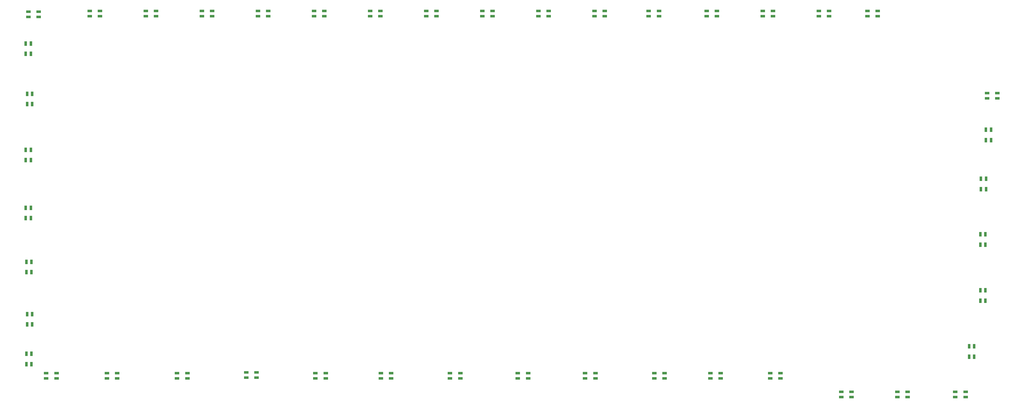
<source format=gbr>
%TF.GenerationSoftware,KiCad,Pcbnew,9.0.2*%
%TF.CreationDate,2025-07-29T21:02:51-05:00*%
%TF.ProjectId,realkeyboard,7265616c-6b65-4796-926f-6172642e6b69,rev?*%
%TF.SameCoordinates,Original*%
%TF.FileFunction,Paste,Bot*%
%TF.FilePolarity,Positive*%
%FSLAX46Y46*%
G04 Gerber Fmt 4.6, Leading zero omitted, Abs format (unit mm)*
G04 Created by KiCad (PCBNEW 9.0.2) date 2025-07-29 21:02:51*
%MOMM*%
%LPD*%
G01*
G04 APERTURE LIST*
%ADD10R,0.850000X1.600000*%
%ADD11R,1.600000X0.850000*%
G04 APERTURE END LIST*
D10*
%TO.C,D137*%
X349095000Y-92075000D03*
X347345000Y-92075000D03*
X347345000Y-88575000D03*
X349095000Y-88575000D03*
%TD*%
D11*
%TO.C,D110*%
X44605000Y-33260000D03*
X44605000Y-31510000D03*
X48105000Y-31510000D03*
X48105000Y-33260000D03*
%TD*%
%TO.C,D132*%
X318925000Y-162800000D03*
X318925000Y-161050000D03*
X322425000Y-161050000D03*
X322425000Y-162800000D03*
%TD*%
%TO.C,D128*%
X236375000Y-156450000D03*
X236375000Y-154700000D03*
X239875000Y-154700000D03*
X239875000Y-156450000D03*
%TD*%
%TO.C,D131*%
X299875000Y-162800000D03*
X299875000Y-161050000D03*
X303375000Y-161050000D03*
X303375000Y-162800000D03*
%TD*%
%TO.C,D123*%
X121285000Y-156450000D03*
X121285000Y-154700000D03*
X124785000Y-154700000D03*
X124785000Y-156450000D03*
%TD*%
%TO.C,D105*%
X139855000Y-33260000D03*
X139855000Y-31510000D03*
X143355000Y-31510000D03*
X143355000Y-33260000D03*
%TD*%
%TO.C,D122*%
X97790000Y-156210000D03*
X97790000Y-154460000D03*
X101290000Y-154460000D03*
X101290000Y-156210000D03*
%TD*%
%TO.C,D102*%
X197005000Y-33260000D03*
X197005000Y-31510000D03*
X200505000Y-31510000D03*
X200505000Y-33260000D03*
%TD*%
D10*
%TO.C,D135*%
X348855000Y-130020000D03*
X347105000Y-130020000D03*
X347105000Y-126520000D03*
X348855000Y-126520000D03*
%TD*%
%TO.C,D115*%
X22860000Y-98425000D03*
X24610000Y-98425000D03*
X24610000Y-101925000D03*
X22860000Y-101925000D03*
%TD*%
%TO.C,D113*%
X23340000Y-59690000D03*
X25090000Y-59690000D03*
X25090000Y-63190000D03*
X23340000Y-63190000D03*
%TD*%
D11*
%TO.C,D126*%
X190020000Y-156450000D03*
X190020000Y-154700000D03*
X193520000Y-154700000D03*
X193520000Y-156450000D03*
%TD*%
%TO.C,D108*%
X82705000Y-33260000D03*
X82705000Y-31510000D03*
X86205000Y-31510000D03*
X86205000Y-33260000D03*
%TD*%
%TO.C,D109*%
X63655000Y-33260000D03*
X63655000Y-31510000D03*
X67155000Y-31510000D03*
X67155000Y-33260000D03*
%TD*%
%TO.C,D130*%
X275745000Y-156450000D03*
X275745000Y-154700000D03*
X279245000Y-154700000D03*
X279245000Y-156450000D03*
%TD*%
%TO.C,D99*%
X254155000Y-33260000D03*
X254155000Y-31510000D03*
X257655000Y-31510000D03*
X257655000Y-33260000D03*
%TD*%
%TO.C,D111*%
X23805000Y-33500000D03*
X23805000Y-31750000D03*
X27305000Y-31750000D03*
X27305000Y-33500000D03*
%TD*%
%TO.C,D119*%
X29845000Y-156450000D03*
X29845000Y-154700000D03*
X33345000Y-154700000D03*
X33345000Y-156450000D03*
%TD*%
D10*
%TO.C,D136*%
X348855000Y-110970000D03*
X347105000Y-110970000D03*
X347105000Y-107470000D03*
X348855000Y-107470000D03*
%TD*%
%TO.C,D114*%
X22860000Y-78740000D03*
X24610000Y-78740000D03*
X24610000Y-82240000D03*
X22860000Y-82240000D03*
%TD*%
D11*
%TO.C,D129*%
X255425000Y-156450000D03*
X255425000Y-154700000D03*
X258925000Y-154700000D03*
X258925000Y-156450000D03*
%TD*%
%TO.C,D139*%
X349405000Y-61200000D03*
X349405000Y-59450000D03*
X352905000Y-59450000D03*
X352905000Y-61200000D03*
%TD*%
%TO.C,D98*%
X273205000Y-33260000D03*
X273205000Y-31510000D03*
X276705000Y-31510000D03*
X276705000Y-33260000D03*
%TD*%
%TO.C,D101*%
X216055000Y-33260000D03*
X216055000Y-31510000D03*
X219555000Y-31510000D03*
X219555000Y-33260000D03*
%TD*%
D10*
%TO.C,D118*%
X23100000Y-148110000D03*
X24850000Y-148110000D03*
X24850000Y-151610000D03*
X23100000Y-151610000D03*
%TD*%
D11*
%TO.C,D106*%
X120805000Y-33260000D03*
X120805000Y-31510000D03*
X124305000Y-31510000D03*
X124305000Y-33260000D03*
%TD*%
D10*
%TO.C,D138*%
X350760000Y-75410000D03*
X349010000Y-75410000D03*
X349010000Y-71910000D03*
X350760000Y-71910000D03*
%TD*%
D11*
%TO.C,D124*%
X143510000Y-156450000D03*
X143510000Y-154700000D03*
X147010000Y-154700000D03*
X147010000Y-156450000D03*
%TD*%
%TO.C,D97*%
X292255000Y-33260000D03*
X292255000Y-31510000D03*
X295755000Y-31510000D03*
X295755000Y-33260000D03*
%TD*%
%TO.C,D107*%
X101755000Y-33260000D03*
X101755000Y-31510000D03*
X105255000Y-31510000D03*
X105255000Y-33260000D03*
%TD*%
%TO.C,D100*%
X234470000Y-33260000D03*
X234470000Y-31510000D03*
X237970000Y-31510000D03*
X237970000Y-33260000D03*
%TD*%
D10*
%TO.C,D112*%
X22860000Y-42545000D03*
X24610000Y-42545000D03*
X24610000Y-46045000D03*
X22860000Y-46045000D03*
%TD*%
D11*
%TO.C,D104*%
X158905000Y-33260000D03*
X158905000Y-31510000D03*
X162405000Y-31510000D03*
X162405000Y-33260000D03*
%TD*%
%TO.C,D133*%
X338610000Y-162800000D03*
X338610000Y-161050000D03*
X342110000Y-161050000D03*
X342110000Y-162800000D03*
%TD*%
%TO.C,D127*%
X212880000Y-156450000D03*
X212880000Y-154700000D03*
X216380000Y-154700000D03*
X216380000Y-156450000D03*
%TD*%
%TO.C,D96*%
X308765000Y-33260000D03*
X308765000Y-31510000D03*
X312265000Y-31510000D03*
X312265000Y-33260000D03*
%TD*%
%TO.C,D121*%
X74295000Y-156450000D03*
X74295000Y-154700000D03*
X77795000Y-154700000D03*
X77795000Y-156450000D03*
%TD*%
%TO.C,D120*%
X50475000Y-156450000D03*
X50475000Y-154700000D03*
X53975000Y-154700000D03*
X53975000Y-156450000D03*
%TD*%
%TO.C,D125*%
X167005000Y-156450000D03*
X167005000Y-154700000D03*
X170505000Y-154700000D03*
X170505000Y-156450000D03*
%TD*%
D10*
%TO.C,D134*%
X345045000Y-149070000D03*
X343295000Y-149070000D03*
X343295000Y-145570000D03*
X345045000Y-145570000D03*
%TD*%
%TO.C,D116*%
X23100000Y-116840000D03*
X24850000Y-116840000D03*
X24850000Y-120340000D03*
X23100000Y-120340000D03*
%TD*%
D11*
%TO.C,D103*%
X177955000Y-33260000D03*
X177955000Y-31510000D03*
X181455000Y-31510000D03*
X181455000Y-33260000D03*
%TD*%
D10*
%TO.C,D117*%
X23340000Y-134620000D03*
X25090000Y-134620000D03*
X25090000Y-138120000D03*
X23340000Y-138120000D03*
%TD*%
M02*

</source>
